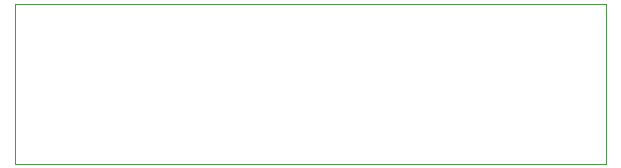
<source format=gbr>
%TF.GenerationSoftware,KiCad,Pcbnew,9.0.5*%
%TF.CreationDate,2025-10-22T19:19:07+02:00*%
%TF.ProjectId,Sonda Fetprobe,536f6e64-6120-4466-9574-70726f62652e,rev?*%
%TF.SameCoordinates,Original*%
%TF.FileFunction,Profile,NP*%
%FSLAX46Y46*%
G04 Gerber Fmt 4.6, Leading zero omitted, Abs format (unit mm)*
G04 Created by KiCad (PCBNEW 9.0.5) date 2025-10-22 19:19:07*
%MOMM*%
%LPD*%
G01*
G04 APERTURE LIST*
%TA.AperFunction,Profile*%
%ADD10C,0.050000*%
%TD*%
G04 APERTURE END LIST*
D10*
X121200000Y-80650000D02*
X171200000Y-80650000D01*
X171200000Y-94150000D01*
X121200000Y-94150000D01*
X121200000Y-80650000D01*
M02*

</source>
